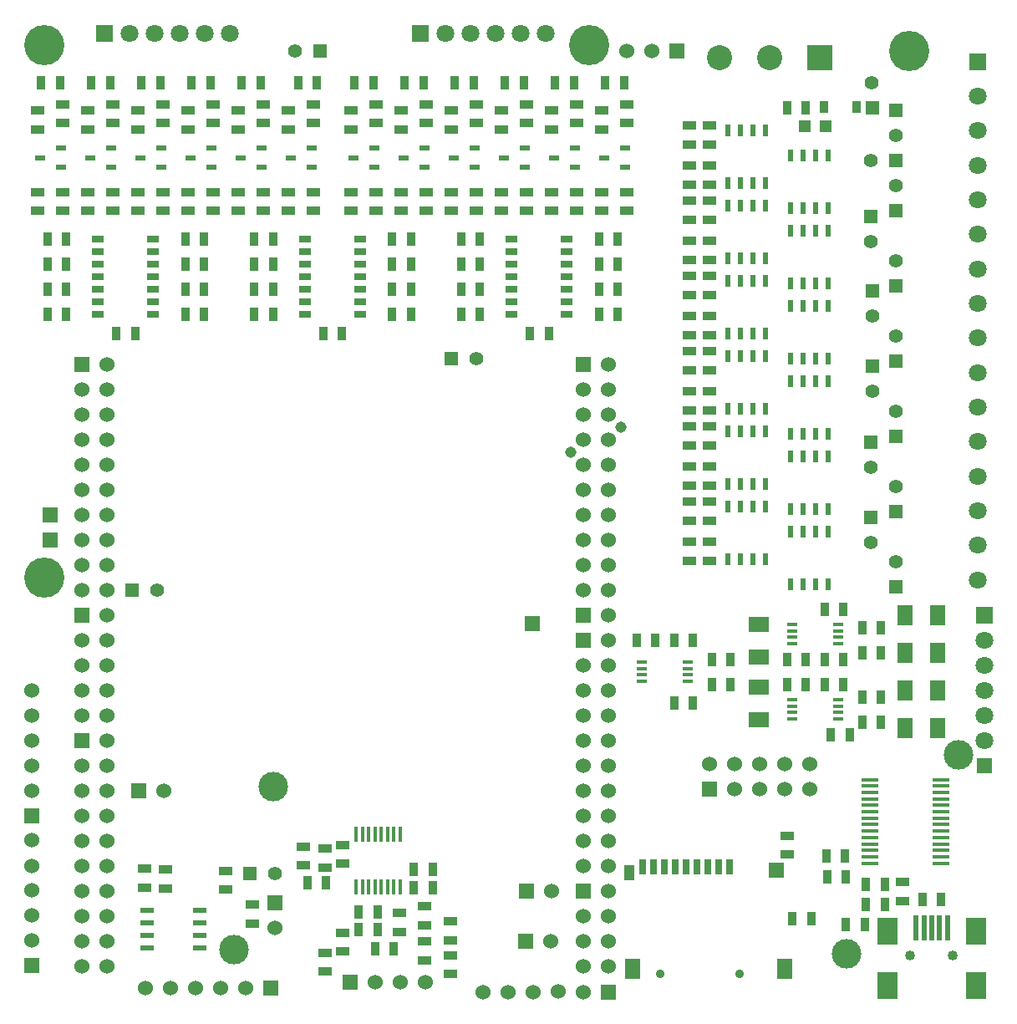
<source format=gts>
G04 (created by PCBNEW (2013-07-07 BZR 4022)-stable) date 12/02/2014 21:37:53*
%MOIN*%
G04 Gerber Fmt 3.4, Leading zero omitted, Abs format*
%FSLAX34Y34*%
G01*
G70*
G90*
G04 APERTURE LIST*
%ADD10C,0.00590551*%
%ADD11R,0.06X0.06*%
%ADD12C,0.06*%
%ADD13R,0.035X0.055*%
%ADD14R,0.055X0.035*%
%ADD15R,0.0177X0.059*%
%ADD16R,0.0394X0.0236*%
%ADD17R,0.05X0.025*%
%ADD18R,0.055X0.055*%
%ADD19C,0.055*%
%ADD20C,0.16*%
%ADD21R,0.0708661X0.0708661*%
%ADD22C,0.0708661*%
%ADD23R,0.065X0.016*%
%ADD24R,0.02X0.1*%
%ADD25R,0.0787402X0.11*%
%ADD26C,0.04*%
%ADD27R,0.03X0.06*%
%ADD28R,0.04X0.06*%
%ADD29R,0.06X0.08*%
%ADD30C,0.035*%
%ADD31C,0.11811*%
%ADD32R,0.02X0.045*%
%ADD33R,0.1X0.1*%
%ADD34C,0.1*%
%ADD35R,0.038X0.05*%
%ADD36R,0.0472X0.0472*%
%ADD37C,0.045*%
%ADD38R,0.0551X0.0236*%
%ADD39R,0.08X0.06*%
%ADD40R,0.0402X0.0161*%
G04 APERTURE END LIST*
G54D10*
G54D11*
X70000Y-71000D03*
G54D12*
X71000Y-71000D03*
X70000Y-72000D03*
X71000Y-72000D03*
X70000Y-73000D03*
X71000Y-73000D03*
X70000Y-74000D03*
X71000Y-74000D03*
G54D11*
X50000Y-60000D03*
G54D12*
X51000Y-60000D03*
X50000Y-61000D03*
X51000Y-61000D03*
X50000Y-62000D03*
X51000Y-62000D03*
X50000Y-63000D03*
X51000Y-63000D03*
X50000Y-64000D03*
X51000Y-64000D03*
G54D11*
X70000Y-60000D03*
G54D12*
X71000Y-60000D03*
G54D11*
X50000Y-64984D03*
G54D12*
X51000Y-64984D03*
X50000Y-65984D03*
X51000Y-65984D03*
X50000Y-66984D03*
X51000Y-66984D03*
X50000Y-67984D03*
X51000Y-67984D03*
X50000Y-68984D03*
X51000Y-68984D03*
X50000Y-69984D03*
X51000Y-69984D03*
X50000Y-70984D03*
X51000Y-70984D03*
X50000Y-71984D03*
X51000Y-71984D03*
X50000Y-72984D03*
X51000Y-72984D03*
X50000Y-73984D03*
X51000Y-73984D03*
G54D11*
X48000Y-73950D03*
G54D12*
X48000Y-72950D03*
X48000Y-71950D03*
X48000Y-70950D03*
X48000Y-70000D03*
X48000Y-68950D03*
G54D11*
X48000Y-68000D03*
G54D12*
X48000Y-67000D03*
X48000Y-66000D03*
X48000Y-65000D03*
X48000Y-64000D03*
X48000Y-63000D03*
G54D11*
X57525Y-74850D03*
G54D12*
X56525Y-74850D03*
X55525Y-74850D03*
X54525Y-74850D03*
X53525Y-74850D03*
X52525Y-74850D03*
G54D11*
X67725Y-71000D03*
G54D12*
X68725Y-71000D03*
G54D11*
X67700Y-73000D03*
G54D12*
X68700Y-73000D03*
G54D11*
X52274Y-67000D03*
G54D12*
X53274Y-67000D03*
G54D11*
X71000Y-75025D03*
G54D12*
X70000Y-75025D03*
X69000Y-75000D03*
X68000Y-75025D03*
X67000Y-75025D03*
X66000Y-75025D03*
G54D11*
X86000Y-66000D03*
G54D13*
X63241Y-70128D03*
X63991Y-70128D03*
X61041Y-72528D03*
X61791Y-72528D03*
G54D14*
X60416Y-69903D03*
X60416Y-69153D03*
X64716Y-74303D03*
X64716Y-73553D03*
X63666Y-73753D03*
X63666Y-73003D03*
G54D13*
X61691Y-73303D03*
X62441Y-73303D03*
G54D14*
X59716Y-74203D03*
X59716Y-73453D03*
X64716Y-72953D03*
X64716Y-72203D03*
X63666Y-72353D03*
X63666Y-71603D03*
X62666Y-72628D03*
X62666Y-71878D03*
X60416Y-73403D03*
X60416Y-72653D03*
G54D13*
X63991Y-70878D03*
X63241Y-70878D03*
X61041Y-71828D03*
X61791Y-71828D03*
G54D14*
X58825Y-69975D03*
X58825Y-69225D03*
X59716Y-69303D03*
X59716Y-70053D03*
G54D15*
X62691Y-68719D03*
X62441Y-68719D03*
X62191Y-68719D03*
X61941Y-68719D03*
X61691Y-68719D03*
X61441Y-68719D03*
X61191Y-68719D03*
X60941Y-68719D03*
X60941Y-70837D03*
X61191Y-70837D03*
X61441Y-70837D03*
X61691Y-70837D03*
X61941Y-70837D03*
X62191Y-70837D03*
X62441Y-70837D03*
X62691Y-70837D03*
G54D11*
X60716Y-74628D03*
G54D12*
X61716Y-74628D03*
X62716Y-74628D03*
X63716Y-74628D03*
G54D13*
X59741Y-70678D03*
X58991Y-70678D03*
G54D11*
X73750Y-37500D03*
G54D12*
X72750Y-37500D03*
X71750Y-37500D03*
G54D16*
X53166Y-42125D03*
X52334Y-41750D03*
X53166Y-41375D03*
X67666Y-42125D03*
X66834Y-41750D03*
X67666Y-41375D03*
X65666Y-42125D03*
X64834Y-41750D03*
X65666Y-41375D03*
X51166Y-42125D03*
X50334Y-41750D03*
X51166Y-41375D03*
X55166Y-42125D03*
X54334Y-41750D03*
X55166Y-41375D03*
X49166Y-42125D03*
X48334Y-41750D03*
X49166Y-41375D03*
X59166Y-42125D03*
X58334Y-41750D03*
X59166Y-41375D03*
X57166Y-42125D03*
X56334Y-41750D03*
X57166Y-41375D03*
X63666Y-42125D03*
X62834Y-41750D03*
X63666Y-41375D03*
X61666Y-42125D03*
X60834Y-41750D03*
X61666Y-41375D03*
G54D17*
X52850Y-48000D03*
X52850Y-47500D03*
X52850Y-47000D03*
X52850Y-46500D03*
X52850Y-46000D03*
X52850Y-45500D03*
X52850Y-45000D03*
X50650Y-45000D03*
X50650Y-45500D03*
X50650Y-46000D03*
X50650Y-46500D03*
X50650Y-47000D03*
X50650Y-47500D03*
X50650Y-48000D03*
X61100Y-48000D03*
X61100Y-47500D03*
X61100Y-47000D03*
X61100Y-46500D03*
X61100Y-46000D03*
X61100Y-45500D03*
X61100Y-45000D03*
X58900Y-45000D03*
X58900Y-45500D03*
X58900Y-46000D03*
X58900Y-46500D03*
X58900Y-47000D03*
X58900Y-47500D03*
X58900Y-48000D03*
X69350Y-48000D03*
X69350Y-47500D03*
X69350Y-47000D03*
X69350Y-46500D03*
X69350Y-46000D03*
X69350Y-45500D03*
X69350Y-45000D03*
X67150Y-45000D03*
X67150Y-45500D03*
X67150Y-46000D03*
X67150Y-46500D03*
X67150Y-47000D03*
X67150Y-47500D03*
X67150Y-48000D03*
G54D16*
X69666Y-42125D03*
X68834Y-41750D03*
X69666Y-41375D03*
X71666Y-42125D03*
X70834Y-41750D03*
X71666Y-41375D03*
G54D11*
X48750Y-57000D03*
X48750Y-56000D03*
G54D18*
X59500Y-37500D03*
G54D19*
X58500Y-37500D03*
G54D18*
X64750Y-49750D03*
G54D19*
X65750Y-49750D03*
G54D18*
X52000Y-59000D03*
G54D19*
X53000Y-59000D03*
G54D13*
X52125Y-48750D03*
X51375Y-48750D03*
X67875Y-48750D03*
X68625Y-48750D03*
X60375Y-48750D03*
X59625Y-48750D03*
X48625Y-47000D03*
X49375Y-47000D03*
X49375Y-48000D03*
X48625Y-48000D03*
X49125Y-38750D03*
X48375Y-38750D03*
X48625Y-46000D03*
X49375Y-46000D03*
X49375Y-45000D03*
X48625Y-45000D03*
X51125Y-38750D03*
X50375Y-38750D03*
X54875Y-46000D03*
X54125Y-46000D03*
X54125Y-45000D03*
X54875Y-45000D03*
X53125Y-38750D03*
X52375Y-38750D03*
X55125Y-38750D03*
X54375Y-38750D03*
X54125Y-48000D03*
X54875Y-48000D03*
X54875Y-47000D03*
X54125Y-47000D03*
G54D14*
X48250Y-43125D03*
X48250Y-43875D03*
X49250Y-39625D03*
X49250Y-40375D03*
X51250Y-43125D03*
X51250Y-43875D03*
X49250Y-43125D03*
X49250Y-43875D03*
X50250Y-43125D03*
X50250Y-43875D03*
X51250Y-39625D03*
X51250Y-40375D03*
X52250Y-43125D03*
X52250Y-43875D03*
X53250Y-39625D03*
X53250Y-40375D03*
X54250Y-43125D03*
X54250Y-43875D03*
X55250Y-39625D03*
X55250Y-40375D03*
G54D13*
X56875Y-47000D03*
X57625Y-47000D03*
G54D14*
X59250Y-39625D03*
X59250Y-40375D03*
X58250Y-43125D03*
X58250Y-43875D03*
X57250Y-39625D03*
X57250Y-40375D03*
X56250Y-43125D03*
X56250Y-43875D03*
X50250Y-39875D03*
X50250Y-40625D03*
X48250Y-39875D03*
X48250Y-40625D03*
G54D13*
X57125Y-38750D03*
X56375Y-38750D03*
X57625Y-48000D03*
X56875Y-48000D03*
X65125Y-47000D03*
X65875Y-47000D03*
X65875Y-48000D03*
X65125Y-48000D03*
X65625Y-38750D03*
X64875Y-38750D03*
X67625Y-38750D03*
X66875Y-38750D03*
X65875Y-45000D03*
X65125Y-45000D03*
X65125Y-46000D03*
X65875Y-46000D03*
G54D14*
X64750Y-43125D03*
X64750Y-43875D03*
X65750Y-43125D03*
X65750Y-43875D03*
X65750Y-39625D03*
X65750Y-40375D03*
X66750Y-43125D03*
X66750Y-43875D03*
X67750Y-43125D03*
X67750Y-43875D03*
X67750Y-39625D03*
X67750Y-40375D03*
X53250Y-43125D03*
X53250Y-43875D03*
X55250Y-43125D03*
X55250Y-43875D03*
X57250Y-43125D03*
X57250Y-43875D03*
X59250Y-43125D03*
X59250Y-43875D03*
G54D13*
X59375Y-38750D03*
X58625Y-38750D03*
G54D14*
X63750Y-43125D03*
X63750Y-43875D03*
X61750Y-43125D03*
X61750Y-43875D03*
G54D13*
X62375Y-45000D03*
X63125Y-45000D03*
X63125Y-46000D03*
X62375Y-46000D03*
G54D14*
X63750Y-39625D03*
X63750Y-40375D03*
X62750Y-43125D03*
X62750Y-43875D03*
X61750Y-39625D03*
X61750Y-40375D03*
X60750Y-43125D03*
X60750Y-43875D03*
G54D13*
X63125Y-47000D03*
X62375Y-47000D03*
X62375Y-48000D03*
X63125Y-48000D03*
X63625Y-38750D03*
X62875Y-38750D03*
X61625Y-38750D03*
X60875Y-38750D03*
G54D14*
X52250Y-39875D03*
X52250Y-40625D03*
X54250Y-39875D03*
X54250Y-40625D03*
X56250Y-39875D03*
X56250Y-40625D03*
X58250Y-39875D03*
X58250Y-40625D03*
X66750Y-39875D03*
X66750Y-40625D03*
X64750Y-39875D03*
X64750Y-40625D03*
X62750Y-39875D03*
X62750Y-40625D03*
X60750Y-39875D03*
X60750Y-40625D03*
G54D13*
X57625Y-45000D03*
X56875Y-45000D03*
X56875Y-46000D03*
X57625Y-46000D03*
X71375Y-46000D03*
X70625Y-46000D03*
X70625Y-45000D03*
X71375Y-45000D03*
X69625Y-38750D03*
X68875Y-38750D03*
X71625Y-38750D03*
X70875Y-38750D03*
X70625Y-48000D03*
X71375Y-48000D03*
X71375Y-47000D03*
X70625Y-47000D03*
G54D14*
X68750Y-43125D03*
X68750Y-43875D03*
X69750Y-43125D03*
X69750Y-43875D03*
X69750Y-39625D03*
X69750Y-40375D03*
X70750Y-43125D03*
X70750Y-43875D03*
X71750Y-43125D03*
X71750Y-43875D03*
X71750Y-39625D03*
X71750Y-40375D03*
X70750Y-39875D03*
X70750Y-40625D03*
X68750Y-39875D03*
X68750Y-40625D03*
G54D11*
X50000Y-49984D03*
G54D12*
X51000Y-49984D03*
X50000Y-50984D03*
X51000Y-50984D03*
X50000Y-51984D03*
X51000Y-51984D03*
X50000Y-52984D03*
X51000Y-52984D03*
X50000Y-53984D03*
X51000Y-53984D03*
X50000Y-54984D03*
X51000Y-54984D03*
X50000Y-55984D03*
X51000Y-55984D03*
X50000Y-56984D03*
X51000Y-56984D03*
X50000Y-57984D03*
X51000Y-57984D03*
X50000Y-58984D03*
X51000Y-58984D03*
G54D20*
X70250Y-37250D03*
X48500Y-58500D03*
X48500Y-37250D03*
G54D21*
X63500Y-36800D03*
G54D22*
X64500Y-36800D03*
X65500Y-36800D03*
X66500Y-36800D03*
X67500Y-36800D03*
X68500Y-36800D03*
G54D21*
X50900Y-36800D03*
G54D22*
X51900Y-36800D03*
X52900Y-36800D03*
X53900Y-36800D03*
X54900Y-36800D03*
X55900Y-36800D03*
G54D13*
X81275Y-71518D03*
X82025Y-71518D03*
G54D14*
X82750Y-71393D03*
X82750Y-70643D03*
G54D13*
X83525Y-71318D03*
X84275Y-71318D03*
X80475Y-70418D03*
X79725Y-70418D03*
X79699Y-69592D03*
X80449Y-69592D03*
X81275Y-70718D03*
X82025Y-70718D03*
X81225Y-72318D03*
X80475Y-72318D03*
G54D23*
X81433Y-68090D03*
X81433Y-68346D03*
X81433Y-68602D03*
X81433Y-68858D03*
X84267Y-67322D03*
X81433Y-67322D03*
X81433Y-67578D03*
X81433Y-67834D03*
X84267Y-69114D03*
X84267Y-68858D03*
X84267Y-68602D03*
X84267Y-68346D03*
X84267Y-68090D03*
X84267Y-67834D03*
X81433Y-69114D03*
X84267Y-67578D03*
X84267Y-67066D03*
X84267Y-66811D03*
X84267Y-66555D03*
X81433Y-66555D03*
X81433Y-66811D03*
X81433Y-67066D03*
X81433Y-69370D03*
X81433Y-69625D03*
X81433Y-69881D03*
X84267Y-69881D03*
X84267Y-69625D03*
X84267Y-69370D03*
G54D11*
X70000Y-60984D03*
G54D12*
X71000Y-60984D03*
X70000Y-61984D03*
X71000Y-61984D03*
X70000Y-62984D03*
X71000Y-62984D03*
X70000Y-63984D03*
X71000Y-63984D03*
X70000Y-64984D03*
X71000Y-64984D03*
X70000Y-65984D03*
X71000Y-65984D03*
X70000Y-66984D03*
X71000Y-66984D03*
X70000Y-67984D03*
X71000Y-67984D03*
X70000Y-68984D03*
X71000Y-68984D03*
X70000Y-69984D03*
X71000Y-69984D03*
G54D11*
X75050Y-66918D03*
G54D12*
X75050Y-65918D03*
X76050Y-66918D03*
X76050Y-65918D03*
X77050Y-66918D03*
X77050Y-65918D03*
X78050Y-66918D03*
X78050Y-65918D03*
X79050Y-66918D03*
X79050Y-65918D03*
G54D11*
X67969Y-60344D03*
G54D13*
X79100Y-72092D03*
X78350Y-72092D03*
G54D14*
X78125Y-69543D03*
X78125Y-68793D03*
G54D24*
X83270Y-72468D03*
X83585Y-72468D03*
X83900Y-72468D03*
X84214Y-72468D03*
X84529Y-72468D03*
G54D25*
X82128Y-74749D03*
X85671Y-74749D03*
X82128Y-72583D03*
X85671Y-72583D03*
G54D26*
X83050Y-73568D03*
X84750Y-73568D03*
G54D27*
X75832Y-70018D03*
X75399Y-70018D03*
X74966Y-70018D03*
X74533Y-70018D03*
X74100Y-70018D03*
X73666Y-70018D03*
X73233Y-70018D03*
X72800Y-70018D03*
X72367Y-70018D03*
G54D28*
X71837Y-70254D03*
G54D29*
X71974Y-74101D03*
X78037Y-74101D03*
G54D11*
X77714Y-70172D03*
G54D30*
X73076Y-74309D03*
X76225Y-74309D03*
G54D31*
X80500Y-73492D03*
X84974Y-65568D03*
G54D22*
X85750Y-58584D03*
X85750Y-57206D03*
G54D21*
X85750Y-37915D03*
G54D22*
X85750Y-39293D03*
X85750Y-40671D03*
X85750Y-42049D03*
X85750Y-43427D03*
X85750Y-44805D03*
X85750Y-46183D03*
X85750Y-47561D03*
X85750Y-48938D03*
X85750Y-50316D03*
X85750Y-51694D03*
X85750Y-53072D03*
X85750Y-54450D03*
X85750Y-55828D03*
G54D11*
X70000Y-49984D03*
G54D12*
X71000Y-49984D03*
X70000Y-50984D03*
X71000Y-50984D03*
X70000Y-51984D03*
X71000Y-51984D03*
X70000Y-52984D03*
X71000Y-52984D03*
X70000Y-53984D03*
X71000Y-53984D03*
X70000Y-54984D03*
X71000Y-54984D03*
X70000Y-55984D03*
X71000Y-55984D03*
X70000Y-56984D03*
X71000Y-56984D03*
X70000Y-57984D03*
X71000Y-57984D03*
X70000Y-58984D03*
X71000Y-58984D03*
G54D14*
X74225Y-40475D03*
X74225Y-41225D03*
X74225Y-42075D03*
X74225Y-42825D03*
X74225Y-43475D03*
X74225Y-44225D03*
X74225Y-45075D03*
X74225Y-45825D03*
X74225Y-46475D03*
X74225Y-47225D03*
X74225Y-48075D03*
X74225Y-48825D03*
G54D18*
X81474Y-53100D03*
G54D19*
X81474Y-54100D03*
G54D18*
X81474Y-44100D03*
G54D19*
X81474Y-45100D03*
G54D18*
X82474Y-52850D03*
G54D19*
X82474Y-51850D03*
G54D18*
X82474Y-43850D03*
G54D19*
X82474Y-42850D03*
G54D18*
X81525Y-50050D03*
G54D19*
X81525Y-51050D03*
G54D18*
X82474Y-39850D03*
G54D19*
X82474Y-40850D03*
G54D14*
X75025Y-47225D03*
X75025Y-46475D03*
X75025Y-48825D03*
X75025Y-48075D03*
X75025Y-44225D03*
X75025Y-43475D03*
X75025Y-45825D03*
X75025Y-45075D03*
X75025Y-42825D03*
X75025Y-42075D03*
X75025Y-41225D03*
X75025Y-40475D03*
G54D32*
X77275Y-48750D03*
X77275Y-46650D03*
X76775Y-48750D03*
X76275Y-48750D03*
X75775Y-48750D03*
X76775Y-46650D03*
X76275Y-46650D03*
X75775Y-46650D03*
X79775Y-49750D03*
X79775Y-47650D03*
X79275Y-49750D03*
X78775Y-49750D03*
X78275Y-49750D03*
X79275Y-47650D03*
X78775Y-47650D03*
X78275Y-47650D03*
X77275Y-45750D03*
X77275Y-43650D03*
X76775Y-45750D03*
X76275Y-45750D03*
X75775Y-45750D03*
X76775Y-43650D03*
X76275Y-43650D03*
X75775Y-43650D03*
X79775Y-43750D03*
X79775Y-41650D03*
X79275Y-43750D03*
X78775Y-43750D03*
X78275Y-43750D03*
X79275Y-41650D03*
X78775Y-41650D03*
X78275Y-41650D03*
X77275Y-42750D03*
X77275Y-40650D03*
X76775Y-42750D03*
X76275Y-42750D03*
X75775Y-42750D03*
X76775Y-40650D03*
X76275Y-40650D03*
X75775Y-40650D03*
X79775Y-46750D03*
X79775Y-44650D03*
X79275Y-46750D03*
X78775Y-46750D03*
X78275Y-46750D03*
X79275Y-44650D03*
X78775Y-44650D03*
X78275Y-44650D03*
X77275Y-54750D03*
X77275Y-52650D03*
X76775Y-54750D03*
X76275Y-54750D03*
X75775Y-54750D03*
X76775Y-52650D03*
X76275Y-52650D03*
X75775Y-52650D03*
X79775Y-58750D03*
X79775Y-56650D03*
X79275Y-58750D03*
X78775Y-58750D03*
X78275Y-58750D03*
X79275Y-56650D03*
X78775Y-56650D03*
X78275Y-56650D03*
X77275Y-57750D03*
X77275Y-55650D03*
X76775Y-57750D03*
X76275Y-57750D03*
X75775Y-57750D03*
X76775Y-55650D03*
X76275Y-55650D03*
X75775Y-55650D03*
X79775Y-55750D03*
X79775Y-53650D03*
X79275Y-55750D03*
X78775Y-55750D03*
X78275Y-55750D03*
X79275Y-53650D03*
X78775Y-53650D03*
X78275Y-53650D03*
X77275Y-51750D03*
X77275Y-49650D03*
X76775Y-51750D03*
X76275Y-51750D03*
X75775Y-51750D03*
X76775Y-49650D03*
X76275Y-49650D03*
X75775Y-49650D03*
X79775Y-52750D03*
X79775Y-50650D03*
X79275Y-52750D03*
X78775Y-52750D03*
X78275Y-52750D03*
X79275Y-50650D03*
X78775Y-50650D03*
X78275Y-50650D03*
G54D14*
X75025Y-57825D03*
X75025Y-57075D03*
X75025Y-56225D03*
X75025Y-55475D03*
X75025Y-53225D03*
X75025Y-52475D03*
X75025Y-54825D03*
X75025Y-54075D03*
X75025Y-50225D03*
X75025Y-49475D03*
X75025Y-51825D03*
X75025Y-51075D03*
G54D33*
X79425Y-37775D03*
G54D34*
X77425Y-37775D03*
X75425Y-37775D03*
G54D35*
X79610Y-39740D03*
X80900Y-39740D03*
G54D13*
X78125Y-39750D03*
X78875Y-39750D03*
G54D36*
X78837Y-40500D03*
X79663Y-40500D03*
G54D18*
X82474Y-46850D03*
G54D19*
X82474Y-45850D03*
G54D18*
X82474Y-55850D03*
G54D19*
X82474Y-54850D03*
G54D18*
X81525Y-47050D03*
G54D19*
X81525Y-48050D03*
G54D18*
X81474Y-56100D03*
G54D19*
X81474Y-57100D03*
G54D18*
X82474Y-49850D03*
G54D19*
X82474Y-48850D03*
G54D18*
X82474Y-58850D03*
G54D19*
X82474Y-57850D03*
G54D18*
X81525Y-39750D03*
G54D19*
X81500Y-38750D03*
G54D18*
X82474Y-41850D03*
G54D19*
X81474Y-41850D03*
G54D14*
X74225Y-49475D03*
X74225Y-50225D03*
X74225Y-51075D03*
X74225Y-51825D03*
X74225Y-52475D03*
X74225Y-53225D03*
X74225Y-54075D03*
X74225Y-54825D03*
X74225Y-55475D03*
X74225Y-56225D03*
X74225Y-57075D03*
X74225Y-57825D03*
G54D37*
X69500Y-53500D03*
X71500Y-52500D03*
G54D20*
X83000Y-37500D03*
G54D14*
X53337Y-70131D03*
X53337Y-70881D03*
X52512Y-70856D03*
X52512Y-70106D03*
X55737Y-70931D03*
X55737Y-70181D03*
G54D11*
X57688Y-71456D03*
G54D12*
X57688Y-72456D03*
G54D38*
X54687Y-71756D03*
X52587Y-71756D03*
X54687Y-72256D03*
X54687Y-72756D03*
X54687Y-73256D03*
X52587Y-72256D03*
X52587Y-72756D03*
X52587Y-73256D03*
G54D18*
X56712Y-70281D03*
G54D19*
X57712Y-70281D03*
G54D14*
X56812Y-71531D03*
X56812Y-72281D03*
G54D31*
X57637Y-66837D03*
X56062Y-73331D03*
G54D39*
X77000Y-62850D03*
X77000Y-64150D03*
G54D29*
X82850Y-63000D03*
X84150Y-63000D03*
X82850Y-61500D03*
X84150Y-61500D03*
X82850Y-60000D03*
X84150Y-60000D03*
X82850Y-64500D03*
X84150Y-64500D03*
G54D39*
X77000Y-61650D03*
X77000Y-60350D03*
G54D13*
X74375Y-63500D03*
X73625Y-63500D03*
X75875Y-62750D03*
X75125Y-62750D03*
X80375Y-62750D03*
X79625Y-62750D03*
X80375Y-61750D03*
X79625Y-61750D03*
X81875Y-61500D03*
X81125Y-61500D03*
X78125Y-62750D03*
X78875Y-62750D03*
X81875Y-60500D03*
X81125Y-60500D03*
X80375Y-59750D03*
X79625Y-59750D03*
X75875Y-61750D03*
X75125Y-61750D03*
X74375Y-61000D03*
X73625Y-61000D03*
X78125Y-61750D03*
X78875Y-61750D03*
X81875Y-63250D03*
X81125Y-63250D03*
X72125Y-61000D03*
X72875Y-61000D03*
X81875Y-64250D03*
X81125Y-64250D03*
X80625Y-64750D03*
X79875Y-64750D03*
G54D40*
X78344Y-63366D03*
X78344Y-63622D03*
X78344Y-63878D03*
X78344Y-64134D03*
X80156Y-64134D03*
X80156Y-63878D03*
X80156Y-63622D03*
X80156Y-63366D03*
X72344Y-61866D03*
X72344Y-62122D03*
X72344Y-62378D03*
X72344Y-62634D03*
X74156Y-62634D03*
X74156Y-62378D03*
X74156Y-62122D03*
X74156Y-61866D03*
X78344Y-60366D03*
X78344Y-60622D03*
X78344Y-60878D03*
X78344Y-61134D03*
X80156Y-61134D03*
X80156Y-60878D03*
X80156Y-60622D03*
X80156Y-60366D03*
G54D21*
X86000Y-60000D03*
G54D22*
X86000Y-61000D03*
X86000Y-62000D03*
X86000Y-63000D03*
X86000Y-64000D03*
X86000Y-65000D03*
M02*

</source>
